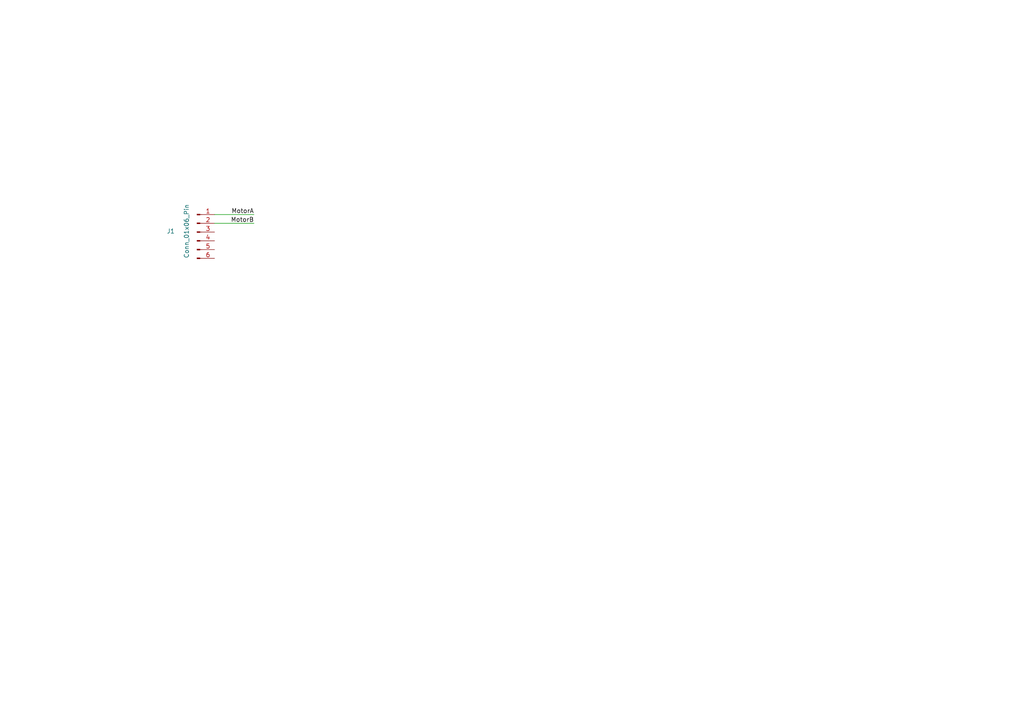
<source format=kicad_sch>
(kicad_sch (version 20231120) (generator "eeschema") (generator_version "8.0")
  (paper "A4")
  (lib_symbols
    (symbol "Connector:Conn_01x06_Pin" (pin_names (offset 1.016) hide)
      (property "Reference" "J" (at 0 7.62 0))
      (property "Value" "Conn_01x06_Pin" (at 0 -10.16 0))
      (symbol "Conn_01x06_Pin_1_1"
        (polyline (pts (xy 1.27 -7.62) (xy 0.8636 -7.62)) (stroke (width 0.1524)))
        (polyline (pts (xy 1.27 -5.08) (xy 0.8636 -5.08)) (stroke (width 0.1524)))
        (polyline (pts (xy 1.27 -2.54) (xy 0.8636 -2.54)) (stroke (width 0.1524)))
        (polyline (pts (xy 1.27 0) (xy 0.8636 0)) (stroke (width 0.1524)))
        (polyline (pts (xy 1.27 2.54) (xy 0.8636 2.54)) (stroke (width 0.1524)))
        (polyline (pts (xy 1.27 5.08) (xy 0.8636 5.08)) (stroke (width 0.1524)))
        (rectangle (start 0.8636 -7.493) (end 0 -7.747) (stroke (width 0.1524)) (fill (type outline)))
        (rectangle (start 0.8636 -4.953) (end 0 -5.207) (stroke (width 0.1524)) (fill (type outline)))
        (rectangle (start 0.8636 -2.413) (end 0 -2.667) (stroke (width 0.1524)) (fill (type outline)))
        (rectangle (start 0.8636 0.127) (end 0 -0.127) (stroke (width 0.1524)) (fill (type outline)))
        (rectangle (start 0.8636 2.667) (end 0 2.413) (stroke (width 0.1524)) (fill (type outline)))
        (rectangle (start 0.8636 5.207) (end 0 4.953) (stroke (width 0.1524)) (fill (type outline)))
        (pin passive line (at 5.08 5.08 180) (length 3.81) (name "Pin_1") (number "1"))
        (pin passive line (at 5.08 2.54 180) (length 3.81) (name "Pin_2") (number "2"))
        (pin passive line (at 5.08 0 180) (length 3.81) (name "Pin_3") (number "3"))
        (pin passive line (at 5.08 -2.54 180) (length 3.81) (name "Pin_4") (number "4"))
        (pin passive line (at 5.08 -5.08 180) (length 3.81) (name "Pin_5") (number "5"))
        (pin passive line (at 5.08 -7.62 180) (length 3.81) (name "Pin_6") (number "6"))
      )
    )
  )
  (wire (pts (xy 73.66 62.23) (xy 62.23 62.23)))
  (wire (pts (xy 62.23 64.77) (xy 73.66 64.77)))
  (label "MotorB" (at 73.66 64.77 180))
  (label "MotorA" (at 73.66 62.23 180))
  (symbol (lib_id "Connector:Conn_01x06_Pin") (at 57.15 67.31 0) (unit 1)
    (property "Reference" "J1" (at 49.53 67.056 0))
    (property "Value" "Conn_01x06_Pin" (at 54.102 67.056 90))
    (property "Description" "Generic connector, single row, 01x06, script generated" (effects (hide yes)))
  )
)
</source>
